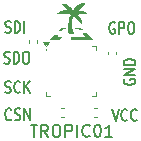
<source format=gbr>
%TF.GenerationSoftware,KiCad,Pcbnew,9.0.7+1*%
%TF.CreationDate,2026-02-23T17:06:27+01:00*%
%TF.ProjectId,ts17-tropic01-mini,74733137-2d74-4726-9f70-696330312d6d,rev?*%
%TF.SameCoordinates,Original*%
%TF.FileFunction,Legend,Top*%
%TF.FilePolarity,Positive*%
%FSLAX46Y46*%
G04 Gerber Fmt 4.6, Leading zero omitted, Abs format (unit mm)*
G04 Created by KiCad (PCBNEW 9.0.7+1) date 2026-02-23 17:06:27*
%MOMM*%
%LPD*%
G01*
G04 APERTURE LIST*
%ADD10C,0.150000*%
%ADD11C,0.120000*%
%ADD12C,0.000000*%
G04 APERTURE END LIST*
D10*
X132085413Y-97822200D02*
X132199699Y-97869819D01*
X132199699Y-97869819D02*
X132390175Y-97869819D01*
X132390175Y-97869819D02*
X132466366Y-97822200D01*
X132466366Y-97822200D02*
X132504461Y-97774580D01*
X132504461Y-97774580D02*
X132542556Y-97679342D01*
X132542556Y-97679342D02*
X132542556Y-97584104D01*
X132542556Y-97584104D02*
X132504461Y-97488866D01*
X132504461Y-97488866D02*
X132466366Y-97441247D01*
X132466366Y-97441247D02*
X132390175Y-97393628D01*
X132390175Y-97393628D02*
X132237794Y-97346009D01*
X132237794Y-97346009D02*
X132161604Y-97298390D01*
X132161604Y-97298390D02*
X132123509Y-97250771D01*
X132123509Y-97250771D02*
X132085413Y-97155533D01*
X132085413Y-97155533D02*
X132085413Y-97060295D01*
X132085413Y-97060295D02*
X132123509Y-96965057D01*
X132123509Y-96965057D02*
X132161604Y-96917438D01*
X132161604Y-96917438D02*
X132237794Y-96869819D01*
X132237794Y-96869819D02*
X132428271Y-96869819D01*
X132428271Y-96869819D02*
X132542556Y-96917438D01*
X133342557Y-97774580D02*
X133304461Y-97822200D01*
X133304461Y-97822200D02*
X133190176Y-97869819D01*
X133190176Y-97869819D02*
X133113985Y-97869819D01*
X133113985Y-97869819D02*
X132999699Y-97822200D01*
X132999699Y-97822200D02*
X132923509Y-97726961D01*
X132923509Y-97726961D02*
X132885414Y-97631723D01*
X132885414Y-97631723D02*
X132847318Y-97441247D01*
X132847318Y-97441247D02*
X132847318Y-97298390D01*
X132847318Y-97298390D02*
X132885414Y-97107914D01*
X132885414Y-97107914D02*
X132923509Y-97012676D01*
X132923509Y-97012676D02*
X132999699Y-96917438D01*
X132999699Y-96917438D02*
X133113985Y-96869819D01*
X133113985Y-96869819D02*
X133190176Y-96869819D01*
X133190176Y-96869819D02*
X133304461Y-96917438D01*
X133304461Y-96917438D02*
X133342557Y-96965057D01*
X133685414Y-97869819D02*
X133685414Y-96869819D01*
X134142557Y-97869819D02*
X133799699Y-97298390D01*
X134142557Y-96869819D02*
X133685414Y-97441247D01*
X131985413Y-95322200D02*
X132099699Y-95369819D01*
X132099699Y-95369819D02*
X132290175Y-95369819D01*
X132290175Y-95369819D02*
X132366366Y-95322200D01*
X132366366Y-95322200D02*
X132404461Y-95274580D01*
X132404461Y-95274580D02*
X132442556Y-95179342D01*
X132442556Y-95179342D02*
X132442556Y-95084104D01*
X132442556Y-95084104D02*
X132404461Y-94988866D01*
X132404461Y-94988866D02*
X132366366Y-94941247D01*
X132366366Y-94941247D02*
X132290175Y-94893628D01*
X132290175Y-94893628D02*
X132137794Y-94846009D01*
X132137794Y-94846009D02*
X132061604Y-94798390D01*
X132061604Y-94798390D02*
X132023509Y-94750771D01*
X132023509Y-94750771D02*
X131985413Y-94655533D01*
X131985413Y-94655533D02*
X131985413Y-94560295D01*
X131985413Y-94560295D02*
X132023509Y-94465057D01*
X132023509Y-94465057D02*
X132061604Y-94417438D01*
X132061604Y-94417438D02*
X132137794Y-94369819D01*
X132137794Y-94369819D02*
X132328271Y-94369819D01*
X132328271Y-94369819D02*
X132442556Y-94417438D01*
X132785414Y-95369819D02*
X132785414Y-94369819D01*
X132785414Y-94369819D02*
X132975890Y-94369819D01*
X132975890Y-94369819D02*
X133090176Y-94417438D01*
X133090176Y-94417438D02*
X133166366Y-94512676D01*
X133166366Y-94512676D02*
X133204461Y-94607914D01*
X133204461Y-94607914D02*
X133242557Y-94798390D01*
X133242557Y-94798390D02*
X133242557Y-94941247D01*
X133242557Y-94941247D02*
X133204461Y-95131723D01*
X133204461Y-95131723D02*
X133166366Y-95226961D01*
X133166366Y-95226961D02*
X133090176Y-95322200D01*
X133090176Y-95322200D02*
X132975890Y-95369819D01*
X132975890Y-95369819D02*
X132785414Y-95369819D01*
X133737795Y-94369819D02*
X133890176Y-94369819D01*
X133890176Y-94369819D02*
X133966366Y-94417438D01*
X133966366Y-94417438D02*
X134042557Y-94512676D01*
X134042557Y-94512676D02*
X134080652Y-94703152D01*
X134080652Y-94703152D02*
X134080652Y-95036485D01*
X134080652Y-95036485D02*
X134042557Y-95226961D01*
X134042557Y-95226961D02*
X133966366Y-95322200D01*
X133966366Y-95322200D02*
X133890176Y-95369819D01*
X133890176Y-95369819D02*
X133737795Y-95369819D01*
X133737795Y-95369819D02*
X133661604Y-95322200D01*
X133661604Y-95322200D02*
X133585414Y-95226961D01*
X133585414Y-95226961D02*
X133547318Y-95036485D01*
X133547318Y-95036485D02*
X133547318Y-94703152D01*
X133547318Y-94703152D02*
X133585414Y-94512676D01*
X133585414Y-94512676D02*
X133661604Y-94417438D01*
X133661604Y-94417438D02*
X133737795Y-94369819D01*
X132580652Y-100074580D02*
X132542556Y-100122200D01*
X132542556Y-100122200D02*
X132428271Y-100169819D01*
X132428271Y-100169819D02*
X132352080Y-100169819D01*
X132352080Y-100169819D02*
X132237794Y-100122200D01*
X132237794Y-100122200D02*
X132161604Y-100026961D01*
X132161604Y-100026961D02*
X132123509Y-99931723D01*
X132123509Y-99931723D02*
X132085413Y-99741247D01*
X132085413Y-99741247D02*
X132085413Y-99598390D01*
X132085413Y-99598390D02*
X132123509Y-99407914D01*
X132123509Y-99407914D02*
X132161604Y-99312676D01*
X132161604Y-99312676D02*
X132237794Y-99217438D01*
X132237794Y-99217438D02*
X132352080Y-99169819D01*
X132352080Y-99169819D02*
X132428271Y-99169819D01*
X132428271Y-99169819D02*
X132542556Y-99217438D01*
X132542556Y-99217438D02*
X132580652Y-99265057D01*
X132885413Y-100122200D02*
X132999699Y-100169819D01*
X132999699Y-100169819D02*
X133190175Y-100169819D01*
X133190175Y-100169819D02*
X133266366Y-100122200D01*
X133266366Y-100122200D02*
X133304461Y-100074580D01*
X133304461Y-100074580D02*
X133342556Y-99979342D01*
X133342556Y-99979342D02*
X133342556Y-99884104D01*
X133342556Y-99884104D02*
X133304461Y-99788866D01*
X133304461Y-99788866D02*
X133266366Y-99741247D01*
X133266366Y-99741247D02*
X133190175Y-99693628D01*
X133190175Y-99693628D02*
X133037794Y-99646009D01*
X133037794Y-99646009D02*
X132961604Y-99598390D01*
X132961604Y-99598390D02*
X132923509Y-99550771D01*
X132923509Y-99550771D02*
X132885413Y-99455533D01*
X132885413Y-99455533D02*
X132885413Y-99360295D01*
X132885413Y-99360295D02*
X132923509Y-99265057D01*
X132923509Y-99265057D02*
X132961604Y-99217438D01*
X132961604Y-99217438D02*
X133037794Y-99169819D01*
X133037794Y-99169819D02*
X133228271Y-99169819D01*
X133228271Y-99169819D02*
X133342556Y-99217438D01*
X133685414Y-100169819D02*
X133685414Y-99169819D01*
X133685414Y-99169819D02*
X134142557Y-100169819D01*
X134142557Y-100169819D02*
X134142557Y-99169819D01*
X134213922Y-100569819D02*
X134785350Y-100569819D01*
X134499636Y-101569819D02*
X134499636Y-100569819D01*
X135690112Y-101569819D02*
X135356779Y-101093628D01*
X135118684Y-101569819D02*
X135118684Y-100569819D01*
X135118684Y-100569819D02*
X135499636Y-100569819D01*
X135499636Y-100569819D02*
X135594874Y-100617438D01*
X135594874Y-100617438D02*
X135642493Y-100665057D01*
X135642493Y-100665057D02*
X135690112Y-100760295D01*
X135690112Y-100760295D02*
X135690112Y-100903152D01*
X135690112Y-100903152D02*
X135642493Y-100998390D01*
X135642493Y-100998390D02*
X135594874Y-101046009D01*
X135594874Y-101046009D02*
X135499636Y-101093628D01*
X135499636Y-101093628D02*
X135118684Y-101093628D01*
X136309160Y-100569819D02*
X136499636Y-100569819D01*
X136499636Y-100569819D02*
X136594874Y-100617438D01*
X136594874Y-100617438D02*
X136690112Y-100712676D01*
X136690112Y-100712676D02*
X136737731Y-100903152D01*
X136737731Y-100903152D02*
X136737731Y-101236485D01*
X136737731Y-101236485D02*
X136690112Y-101426961D01*
X136690112Y-101426961D02*
X136594874Y-101522200D01*
X136594874Y-101522200D02*
X136499636Y-101569819D01*
X136499636Y-101569819D02*
X136309160Y-101569819D01*
X136309160Y-101569819D02*
X136213922Y-101522200D01*
X136213922Y-101522200D02*
X136118684Y-101426961D01*
X136118684Y-101426961D02*
X136071065Y-101236485D01*
X136071065Y-101236485D02*
X136071065Y-100903152D01*
X136071065Y-100903152D02*
X136118684Y-100712676D01*
X136118684Y-100712676D02*
X136213922Y-100617438D01*
X136213922Y-100617438D02*
X136309160Y-100569819D01*
X137166303Y-101569819D02*
X137166303Y-100569819D01*
X137166303Y-100569819D02*
X137547255Y-100569819D01*
X137547255Y-100569819D02*
X137642493Y-100617438D01*
X137642493Y-100617438D02*
X137690112Y-100665057D01*
X137690112Y-100665057D02*
X137737731Y-100760295D01*
X137737731Y-100760295D02*
X137737731Y-100903152D01*
X137737731Y-100903152D02*
X137690112Y-100998390D01*
X137690112Y-100998390D02*
X137642493Y-101046009D01*
X137642493Y-101046009D02*
X137547255Y-101093628D01*
X137547255Y-101093628D02*
X137166303Y-101093628D01*
X138166303Y-101569819D02*
X138166303Y-100569819D01*
X139213921Y-101474580D02*
X139166302Y-101522200D01*
X139166302Y-101522200D02*
X139023445Y-101569819D01*
X139023445Y-101569819D02*
X138928207Y-101569819D01*
X138928207Y-101569819D02*
X138785350Y-101522200D01*
X138785350Y-101522200D02*
X138690112Y-101426961D01*
X138690112Y-101426961D02*
X138642493Y-101331723D01*
X138642493Y-101331723D02*
X138594874Y-101141247D01*
X138594874Y-101141247D02*
X138594874Y-100998390D01*
X138594874Y-100998390D02*
X138642493Y-100807914D01*
X138642493Y-100807914D02*
X138690112Y-100712676D01*
X138690112Y-100712676D02*
X138785350Y-100617438D01*
X138785350Y-100617438D02*
X138928207Y-100569819D01*
X138928207Y-100569819D02*
X139023445Y-100569819D01*
X139023445Y-100569819D02*
X139166302Y-100617438D01*
X139166302Y-100617438D02*
X139213921Y-100665057D01*
X139832969Y-100569819D02*
X139928207Y-100569819D01*
X139928207Y-100569819D02*
X140023445Y-100617438D01*
X140023445Y-100617438D02*
X140071064Y-100665057D01*
X140071064Y-100665057D02*
X140118683Y-100760295D01*
X140118683Y-100760295D02*
X140166302Y-100950771D01*
X140166302Y-100950771D02*
X140166302Y-101188866D01*
X140166302Y-101188866D02*
X140118683Y-101379342D01*
X140118683Y-101379342D02*
X140071064Y-101474580D01*
X140071064Y-101474580D02*
X140023445Y-101522200D01*
X140023445Y-101522200D02*
X139928207Y-101569819D01*
X139928207Y-101569819D02*
X139832969Y-101569819D01*
X139832969Y-101569819D02*
X139737731Y-101522200D01*
X139737731Y-101522200D02*
X139690112Y-101474580D01*
X139690112Y-101474580D02*
X139642493Y-101379342D01*
X139642493Y-101379342D02*
X139594874Y-101188866D01*
X139594874Y-101188866D02*
X139594874Y-100950771D01*
X139594874Y-100950771D02*
X139642493Y-100760295D01*
X139642493Y-100760295D02*
X139690112Y-100665057D01*
X139690112Y-100665057D02*
X139737731Y-100617438D01*
X139737731Y-100617438D02*
X139832969Y-100569819D01*
X141118683Y-101569819D02*
X140547255Y-101569819D01*
X140832969Y-101569819D02*
X140832969Y-100569819D01*
X140832969Y-100569819D02*
X140737731Y-100712676D01*
X140737731Y-100712676D02*
X140642493Y-100807914D01*
X140642493Y-100807914D02*
X140547255Y-100855533D01*
X142137438Y-96691792D02*
X142089819Y-96767982D01*
X142089819Y-96767982D02*
X142089819Y-96882268D01*
X142089819Y-96882268D02*
X142137438Y-96996554D01*
X142137438Y-96996554D02*
X142232676Y-97072744D01*
X142232676Y-97072744D02*
X142327914Y-97110839D01*
X142327914Y-97110839D02*
X142518390Y-97148935D01*
X142518390Y-97148935D02*
X142661247Y-97148935D01*
X142661247Y-97148935D02*
X142851723Y-97110839D01*
X142851723Y-97110839D02*
X142946961Y-97072744D01*
X142946961Y-97072744D02*
X143042200Y-96996554D01*
X143042200Y-96996554D02*
X143089819Y-96882268D01*
X143089819Y-96882268D02*
X143089819Y-96806077D01*
X143089819Y-96806077D02*
X143042200Y-96691792D01*
X143042200Y-96691792D02*
X142994580Y-96653696D01*
X142994580Y-96653696D02*
X142661247Y-96653696D01*
X142661247Y-96653696D02*
X142661247Y-96806077D01*
X143089819Y-96310839D02*
X142089819Y-96310839D01*
X142089819Y-96310839D02*
X143089819Y-95853696D01*
X143089819Y-95853696D02*
X142089819Y-95853696D01*
X143089819Y-95472744D02*
X142089819Y-95472744D01*
X142089819Y-95472744D02*
X142089819Y-95282268D01*
X142089819Y-95282268D02*
X142137438Y-95167982D01*
X142137438Y-95167982D02*
X142232676Y-95091792D01*
X142232676Y-95091792D02*
X142327914Y-95053697D01*
X142327914Y-95053697D02*
X142518390Y-95015601D01*
X142518390Y-95015601D02*
X142661247Y-95015601D01*
X142661247Y-95015601D02*
X142851723Y-95053697D01*
X142851723Y-95053697D02*
X142946961Y-95091792D01*
X142946961Y-95091792D02*
X143042200Y-95167982D01*
X143042200Y-95167982D02*
X143089819Y-95282268D01*
X143089819Y-95282268D02*
X143089819Y-95472744D01*
X141144874Y-99219819D02*
X141411541Y-100219819D01*
X141411541Y-100219819D02*
X141678207Y-99219819D01*
X142402017Y-100124580D02*
X142363921Y-100172200D01*
X142363921Y-100172200D02*
X142249636Y-100219819D01*
X142249636Y-100219819D02*
X142173445Y-100219819D01*
X142173445Y-100219819D02*
X142059159Y-100172200D01*
X142059159Y-100172200D02*
X141982969Y-100076961D01*
X141982969Y-100076961D02*
X141944874Y-99981723D01*
X141944874Y-99981723D02*
X141906778Y-99791247D01*
X141906778Y-99791247D02*
X141906778Y-99648390D01*
X141906778Y-99648390D02*
X141944874Y-99457914D01*
X141944874Y-99457914D02*
X141982969Y-99362676D01*
X141982969Y-99362676D02*
X142059159Y-99267438D01*
X142059159Y-99267438D02*
X142173445Y-99219819D01*
X142173445Y-99219819D02*
X142249636Y-99219819D01*
X142249636Y-99219819D02*
X142363921Y-99267438D01*
X142363921Y-99267438D02*
X142402017Y-99315057D01*
X143202017Y-100124580D02*
X143163921Y-100172200D01*
X143163921Y-100172200D02*
X143049636Y-100219819D01*
X143049636Y-100219819D02*
X142973445Y-100219819D01*
X142973445Y-100219819D02*
X142859159Y-100172200D01*
X142859159Y-100172200D02*
X142782969Y-100076961D01*
X142782969Y-100076961D02*
X142744874Y-99981723D01*
X142744874Y-99981723D02*
X142706778Y-99791247D01*
X142706778Y-99791247D02*
X142706778Y-99648390D01*
X142706778Y-99648390D02*
X142744874Y-99457914D01*
X142744874Y-99457914D02*
X142782969Y-99362676D01*
X142782969Y-99362676D02*
X142859159Y-99267438D01*
X142859159Y-99267438D02*
X142973445Y-99219819D01*
X142973445Y-99219819D02*
X143049636Y-99219819D01*
X143049636Y-99219819D02*
X143163921Y-99267438D01*
X143163921Y-99267438D02*
X143202017Y-99315057D01*
X132085413Y-92722200D02*
X132199699Y-92769819D01*
X132199699Y-92769819D02*
X132390175Y-92769819D01*
X132390175Y-92769819D02*
X132466366Y-92722200D01*
X132466366Y-92722200D02*
X132504461Y-92674580D01*
X132504461Y-92674580D02*
X132542556Y-92579342D01*
X132542556Y-92579342D02*
X132542556Y-92484104D01*
X132542556Y-92484104D02*
X132504461Y-92388866D01*
X132504461Y-92388866D02*
X132466366Y-92341247D01*
X132466366Y-92341247D02*
X132390175Y-92293628D01*
X132390175Y-92293628D02*
X132237794Y-92246009D01*
X132237794Y-92246009D02*
X132161604Y-92198390D01*
X132161604Y-92198390D02*
X132123509Y-92150771D01*
X132123509Y-92150771D02*
X132085413Y-92055533D01*
X132085413Y-92055533D02*
X132085413Y-91960295D01*
X132085413Y-91960295D02*
X132123509Y-91865057D01*
X132123509Y-91865057D02*
X132161604Y-91817438D01*
X132161604Y-91817438D02*
X132237794Y-91769819D01*
X132237794Y-91769819D02*
X132428271Y-91769819D01*
X132428271Y-91769819D02*
X132542556Y-91817438D01*
X132885414Y-92769819D02*
X132885414Y-91769819D01*
X132885414Y-91769819D02*
X133075890Y-91769819D01*
X133075890Y-91769819D02*
X133190176Y-91817438D01*
X133190176Y-91817438D02*
X133266366Y-91912676D01*
X133266366Y-91912676D02*
X133304461Y-92007914D01*
X133304461Y-92007914D02*
X133342557Y-92198390D01*
X133342557Y-92198390D02*
X133342557Y-92341247D01*
X133342557Y-92341247D02*
X133304461Y-92531723D01*
X133304461Y-92531723D02*
X133266366Y-92626961D01*
X133266366Y-92626961D02*
X133190176Y-92722200D01*
X133190176Y-92722200D02*
X133075890Y-92769819D01*
X133075890Y-92769819D02*
X132885414Y-92769819D01*
X133685414Y-92769819D02*
X133685414Y-91769819D01*
X141328207Y-91917438D02*
X141252017Y-91869819D01*
X141252017Y-91869819D02*
X141137731Y-91869819D01*
X141137731Y-91869819D02*
X141023445Y-91917438D01*
X141023445Y-91917438D02*
X140947255Y-92012676D01*
X140947255Y-92012676D02*
X140909160Y-92107914D01*
X140909160Y-92107914D02*
X140871064Y-92298390D01*
X140871064Y-92298390D02*
X140871064Y-92441247D01*
X140871064Y-92441247D02*
X140909160Y-92631723D01*
X140909160Y-92631723D02*
X140947255Y-92726961D01*
X140947255Y-92726961D02*
X141023445Y-92822200D01*
X141023445Y-92822200D02*
X141137731Y-92869819D01*
X141137731Y-92869819D02*
X141213922Y-92869819D01*
X141213922Y-92869819D02*
X141328207Y-92822200D01*
X141328207Y-92822200D02*
X141366303Y-92774580D01*
X141366303Y-92774580D02*
X141366303Y-92441247D01*
X141366303Y-92441247D02*
X141213922Y-92441247D01*
X141709160Y-92869819D02*
X141709160Y-91869819D01*
X141709160Y-91869819D02*
X142013922Y-91869819D01*
X142013922Y-91869819D02*
X142090112Y-91917438D01*
X142090112Y-91917438D02*
X142128207Y-91965057D01*
X142128207Y-91965057D02*
X142166303Y-92060295D01*
X142166303Y-92060295D02*
X142166303Y-92203152D01*
X142166303Y-92203152D02*
X142128207Y-92298390D01*
X142128207Y-92298390D02*
X142090112Y-92346009D01*
X142090112Y-92346009D02*
X142013922Y-92393628D01*
X142013922Y-92393628D02*
X141709160Y-92393628D01*
X142661541Y-91869819D02*
X142813922Y-91869819D01*
X142813922Y-91869819D02*
X142890112Y-91917438D01*
X142890112Y-91917438D02*
X142966303Y-92012676D01*
X142966303Y-92012676D02*
X143004398Y-92203152D01*
X143004398Y-92203152D02*
X143004398Y-92536485D01*
X143004398Y-92536485D02*
X142966303Y-92726961D01*
X142966303Y-92726961D02*
X142890112Y-92822200D01*
X142890112Y-92822200D02*
X142813922Y-92869819D01*
X142813922Y-92869819D02*
X142661541Y-92869819D01*
X142661541Y-92869819D02*
X142585350Y-92822200D01*
X142585350Y-92822200D02*
X142509160Y-92726961D01*
X142509160Y-92726961D02*
X142471064Y-92536485D01*
X142471064Y-92536485D02*
X142471064Y-92203152D01*
X142471064Y-92203152D02*
X142509160Y-92012676D01*
X142509160Y-92012676D02*
X142585350Y-91917438D01*
X142585350Y-91917438D02*
X142661541Y-91869819D01*
D11*
%TO.C,IC1*%
X135510000Y-94240000D02*
X135510000Y-94130000D01*
X135510000Y-98110000D02*
X135510000Y-97760000D01*
X135860000Y-98110000D02*
X135510000Y-98110000D01*
X139380000Y-93890000D02*
X139730000Y-93890000D01*
X139380000Y-98110000D02*
X139730000Y-98110000D01*
X139730000Y-93890000D02*
X139730000Y-94240000D01*
X139730000Y-98110000D02*
X139730000Y-97760000D01*
X135510000Y-93890000D02*
X135270000Y-93560000D01*
X135750000Y-93560000D01*
X135510000Y-93890000D01*
G36*
X135510000Y-93890000D02*
G01*
X135270000Y-93560000D01*
X135750000Y-93560000D01*
X135510000Y-93890000D01*
G37*
%TO.C,R1*%
X139566359Y-99880000D02*
X139873641Y-99880000D01*
X139566359Y-99120000D02*
X139873641Y-99120000D01*
%TO.C,C2*%
X137027836Y-99860000D02*
X136812164Y-99860000D01*
X137027836Y-99140000D02*
X136812164Y-99140000D01*
%TO.C,C3*%
X141480000Y-94587836D02*
X141480000Y-94372164D01*
X140760000Y-94587836D02*
X140760000Y-94372164D01*
D12*
%TO.C,G2*%
G36*
X138831845Y-90251806D02*
G01*
X138872845Y-90258348D01*
X138877488Y-90262480D01*
X138860843Y-90286028D01*
X138814654Y-90338274D01*
X138744543Y-90413196D01*
X138656129Y-90504772D01*
X138569111Y-90592886D01*
X138260734Y-90902081D01*
X138451747Y-90903355D01*
X138654376Y-90926202D01*
X138832492Y-90991760D01*
X138985634Y-91099852D01*
X139001029Y-91114423D01*
X139087508Y-91198579D01*
X138618052Y-91210934D01*
X138455649Y-91215365D01*
X138337211Y-91219361D01*
X138257301Y-91223674D01*
X138210482Y-91229056D01*
X138191316Y-91236258D01*
X138194366Y-91246033D01*
X138214196Y-91259132D01*
X138225231Y-91265265D01*
X138338961Y-91350707D01*
X138437027Y-91467908D01*
X138513330Y-91604599D01*
X138561771Y-91748515D01*
X138576251Y-91887387D01*
X138568052Y-91954839D01*
X138550951Y-92032697D01*
X138198027Y-91680402D01*
X137845102Y-91328107D01*
X137806506Y-91461009D01*
X137742099Y-91751277D01*
X137721865Y-92032354D01*
X137746300Y-92311430D01*
X137815903Y-92595696D01*
X137900803Y-92823142D01*
X137905195Y-92843139D01*
X137892323Y-92855827D01*
X137853925Y-92862840D01*
X137781742Y-92865811D01*
X137682256Y-92866381D01*
X137445356Y-92866381D01*
X137426354Y-92798434D01*
X137419739Y-92750086D01*
X137414401Y-92663085D01*
X137410758Y-92548185D01*
X137409227Y-92416142D01*
X137409306Y-92359864D01*
X137419301Y-92070283D01*
X137447580Y-91814185D01*
X137496499Y-91578274D01*
X137568410Y-91349255D01*
X137605123Y-91254173D01*
X137607809Y-91240792D01*
X137599988Y-91230489D01*
X137576156Y-91222864D01*
X137530810Y-91217519D01*
X137458444Y-91214053D01*
X137353557Y-91212066D01*
X137210643Y-91211160D01*
X137024198Y-91210934D01*
X137009520Y-91210934D01*
X136396382Y-91210934D01*
X136503635Y-91101651D01*
X136653496Y-90980536D01*
X136828791Y-90898258D01*
X137033423Y-90853221D01*
X137131965Y-90844881D01*
X137350741Y-90834020D01*
X137107720Y-90590084D01*
X136864699Y-90346148D01*
X137037193Y-90346167D01*
X137228072Y-90370235D01*
X137407840Y-90440642D01*
X137572022Y-90554758D01*
X137716149Y-90709954D01*
X137759159Y-90770660D01*
X137824379Y-90869214D01*
X137883657Y-90752574D01*
X137969166Y-90622554D01*
X138086880Y-90495382D01*
X138221191Y-90386397D01*
X138312148Y-90331469D01*
X138396201Y-90293920D01*
X138481326Y-90270551D01*
X138586345Y-90257091D01*
X138661292Y-90252269D01*
X138757614Y-90249604D01*
X138831845Y-90251806D01*
G37*
G36*
X139221318Y-93076126D02*
G01*
X139507546Y-93359995D01*
X138574813Y-93360270D01*
X137642080Y-93360544D01*
X137642080Y-93237004D01*
X137642080Y-93113463D01*
X138235076Y-93113463D01*
X138400352Y-93112658D01*
X138547896Y-93110396D01*
X138670954Y-93106908D01*
X138762775Y-93102425D01*
X138816607Y-93097177D01*
X138828072Y-93093217D01*
X138814286Y-93064459D01*
X138778199Y-93008803D01*
X138729239Y-92940506D01*
X138679343Y-92872543D01*
X138643817Y-92822079D01*
X138630406Y-92800148D01*
X138652893Y-92796034D01*
X138711472Y-92793180D01*
X138782748Y-92792257D01*
X138935090Y-92792257D01*
X139221318Y-93076126D01*
G37*
G36*
X138600959Y-92458123D02*
G01*
X138716885Y-92568738D01*
X138575682Y-92569310D01*
X138490728Y-92566498D01*
X138441176Y-92554520D01*
X138413283Y-92529374D01*
X138408033Y-92520467D01*
X138388391Y-92495232D01*
X138355258Y-92480301D01*
X138297163Y-92473103D01*
X138202633Y-92471069D01*
X138187433Y-92471050D01*
X138080182Y-92468240D01*
X138013213Y-92457126D01*
X137977578Y-92433681D01*
X137964329Y-92393880D01*
X137963286Y-92370197D01*
X137986293Y-92360907D01*
X138048530Y-92353458D01*
X138139819Y-92348733D01*
X138224160Y-92347509D01*
X138485034Y-92347509D01*
X138600959Y-92458123D01*
G37*
G36*
X136496010Y-92918683D02*
G01*
X136556006Y-92926256D01*
X136579614Y-92936894D01*
X136579628Y-92937173D01*
X136565650Y-92969805D01*
X136531849Y-93019279D01*
X136530212Y-93021372D01*
X136496057Y-93068876D01*
X136480845Y-93098106D01*
X136480795Y-93098829D01*
X136503489Y-93105817D01*
X136563530Y-93110990D01*
X136648853Y-93113397D01*
X136666523Y-93113463D01*
X136852251Y-93113463D01*
X136789648Y-93237004D01*
X136727045Y-93360544D01*
X136264698Y-93360544D01*
X135802351Y-93360544D01*
X136023694Y-93138171D01*
X136245038Y-92915797D01*
X136412333Y-92915797D01*
X136496010Y-92918683D01*
G37*
G36*
X137116244Y-92348057D02*
G01*
X137175359Y-92351502D01*
X137202887Y-92360548D01*
X137207744Y-92377896D01*
X137200004Y-92403103D01*
X137178603Y-92437812D01*
X137137765Y-92456561D01*
X137063145Y-92465573D01*
X137054907Y-92466083D01*
X136975989Y-92474748D01*
X136926415Y-92495624D01*
X136886154Y-92538856D01*
X136872305Y-92558570D01*
X136836510Y-92606214D01*
X136801117Y-92631682D01*
X136749414Y-92641912D01*
X136666880Y-92643839D01*
X136519405Y-92644008D01*
X136666107Y-92495758D01*
X136812809Y-92347509D01*
X137016629Y-92347509D01*
X137116244Y-92348057D01*
G37*
D11*
%TO.C,C1*%
X134780000Y-93607836D02*
X134780000Y-93392164D01*
X134060000Y-93607836D02*
X134060000Y-93392164D01*
%TD*%
M02*

</source>
